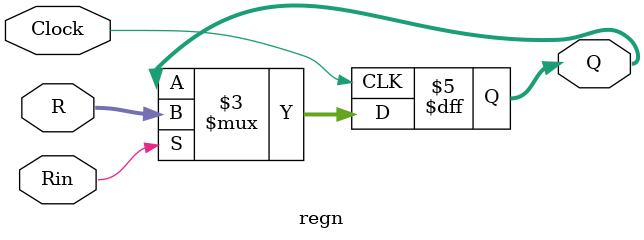
<source format=v>
/*
Prática II - Modulo do regn
Alunos: Alexandre Roque e Vitor Santana.
Disciplina: Arquitetura e Organização de Computadores II.
Professora: Daniela Cristina Cascini Kupsch.
*/
module regn(R, Rin, Clock, Q);
	parameter n = 16;
	input [n-1:0] R;
	input Rin, Clock;
	output [n-1:0] Q;
	reg [n-1:0] Q;
	
	initial begin
		Q <=0;	
	end
	
	always @(posedge Clock)
		if (Rin)
			Q <= R;
endmodule

</source>
